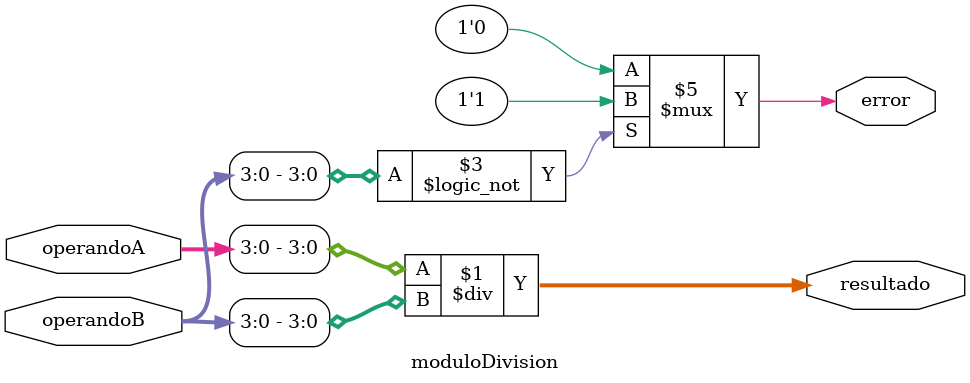
<source format=sv>
module moduloDivision #(parameter cantidadBits = 5) (operandoA, operandoB, resultado, error);
	input [cantidadBits-1:0] operandoA;
	input [cantidadBits-1:0] operandoB;
	output [cantidadBits-2:0] resultado;
	output logic error;
	assign resultado = operandoA[cantidadBits-2:0] / operandoB[cantidadBits-2:0];
	always @(operandoB) begin
		if (operandoB[cantidadBits-2:0] == 0) error = 1'b1;
		else error = 1'b0;
	end
endmodule 
</source>
